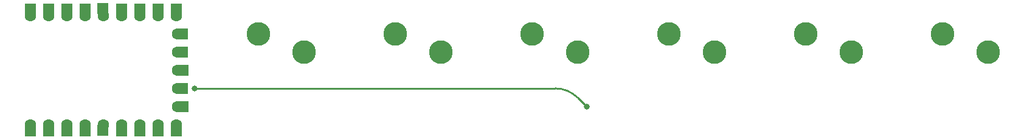
<source format=gbr>
G04 #@! TF.GenerationSoftware,KiCad,Pcbnew,(6.0.6)*
G04 #@! TF.CreationDate,2022-09-21T14:47:18+10:00*
G04 #@! TF.ProjectId,freshboard,66726573-6862-46f6-9172-642e6b696361,rev?*
G04 #@! TF.SameCoordinates,Original*
G04 #@! TF.FileFunction,Copper,L2,Bot*
G04 #@! TF.FilePolarity,Positive*
%FSLAX46Y46*%
G04 Gerber Fmt 4.6, Leading zero omitted, Abs format (unit mm)*
G04 Created by KiCad (PCBNEW (6.0.6)) date 2022-09-21 14:47:18*
%MOMM*%
%LPD*%
G01*
G04 APERTURE LIST*
G04 #@! TA.AperFunction,ComponentPad*
%ADD10C,3.300000*%
G04 #@! TD*
G04 #@! TA.AperFunction,CastellatedPad*
%ADD11R,1.600200X1.574800*%
G04 #@! TD*
G04 #@! TA.AperFunction,ComponentPad*
%ADD12C,1.600000*%
G04 #@! TD*
G04 #@! TA.AperFunction,ViaPad*
%ADD13C,0.800000*%
G04 #@! TD*
G04 #@! TA.AperFunction,Conductor*
%ADD14C,0.250000*%
G04 #@! TD*
G04 APERTURE END LIST*
D10*
G04 #@! TO.P,SW6,1,1*
G04 #@! TO.N,col5*
X201930000Y-91440000D03*
G04 #@! TO.P,SW6,2,2*
G04 #@! TO.N,Net-(SW6-Pad2)*
X195580000Y-88900000D03*
G04 #@! TD*
G04 #@! TO.P,SW5,1,1*
G04 #@! TO.N,col4*
X182880000Y-91440000D03*
G04 #@! TO.P,SW5,2,2*
G04 #@! TO.N,Net-(SW5-Pad2)*
X176530000Y-88900000D03*
G04 #@! TD*
G04 #@! TO.P,SW1,1,1*
G04 #@! TO.N,col0*
X106680000Y-91440000D03*
G04 #@! TO.P,SW1,2,2*
G04 #@! TO.N,Net-(SW1-Pad2)*
X100330000Y-88900000D03*
G04 #@! TD*
D11*
G04 #@! TO.P,RZ1,*
G04 #@! TO.N,*
X86362500Y-102472000D03*
X68582500Y-102446600D03*
X71122500Y-102446600D03*
X83822500Y-102446600D03*
X89816900Y-88908400D03*
X89842300Y-99068400D03*
X86362500Y-85454000D03*
X81282500Y-102446600D03*
X78729800Y-85377800D03*
X68582500Y-85428600D03*
X89816900Y-91448400D03*
X88902500Y-102472000D03*
X88902500Y-85454000D03*
X83822500Y-85428600D03*
X81282500Y-85428600D03*
X71122500Y-85428600D03*
X73662500Y-102472000D03*
X89816900Y-96528400D03*
X89842300Y-93988400D03*
X73662500Y-85454000D03*
X76202500Y-102472000D03*
X76202500Y-85454000D03*
X78729800Y-102395800D03*
D12*
G04 #@! TO.P,RZ1,1,GP0*
G04 #@! TO.N,unconnected-(RZ1-Pad1)*
X68580000Y-86360000D03*
G04 #@! TO.P,RZ1,2,GP1*
G04 #@! TO.N,unconnected-(RZ1-Pad2)*
X71120000Y-86360000D03*
G04 #@! TO.P,RZ1,3,GP2*
G04 #@! TO.N,unconnected-(RZ1-Pad3)*
X73660000Y-86360000D03*
G04 #@! TO.P,RZ1,4,GP3*
G04 #@! TO.N,unconnected-(RZ1-Pad4)*
X76200000Y-86360000D03*
G04 #@! TO.P,RZ1,5,GP4*
G04 #@! TO.N,unconnected-(RZ1-Pad5)*
X78740000Y-86360000D03*
G04 #@! TO.P,RZ1,6,GP5*
G04 #@! TO.N,unconnected-(RZ1-Pad6)*
X81280000Y-86360000D03*
G04 #@! TO.P,RZ1,7,GP6*
G04 #@! TO.N,unconnected-(RZ1-Pad7)*
X83820000Y-86360000D03*
G04 #@! TO.P,RZ1,8,GP7*
G04 #@! TO.N,unconnected-(RZ1-Pad8)*
X86360000Y-86360000D03*
G04 #@! TO.P,RZ1,9,GP8*
G04 #@! TO.N,unconnected-(RZ1-Pad9)*
X88900000Y-86360000D03*
G04 #@! TO.P,RZ1,10,GP9*
G04 #@! TO.N,unconnected-(RZ1-Pad10)*
X89110000Y-88900000D03*
G04 #@! TO.P,RZ1,11,GP10*
G04 #@! TO.N,col5*
X89110000Y-91440000D03*
G04 #@! TO.P,RZ1,12,GP11*
G04 #@! TO.N,col4*
X89110000Y-93980000D03*
G04 #@! TO.P,RZ1,13,GP12*
G04 #@! TO.N,col3*
X89110000Y-96520000D03*
G04 #@! TO.P,RZ1,14,GP13*
G04 #@! TO.N,col2*
X89110000Y-99060000D03*
G04 #@! TO.P,RZ1,15,GP14*
G04 #@! TO.N,col1*
X88900000Y-101600000D03*
G04 #@! TO.P,RZ1,16,GP15*
G04 #@! TO.N,col0*
X86360000Y-101600000D03*
G04 #@! TO.P,RZ1,17,GP26*
G04 #@! TO.N,row0*
X83820000Y-101600000D03*
G04 #@! TO.P,RZ1,18,GP27*
G04 #@! TO.N,unconnected-(RZ1-Pad18)*
X81280000Y-101600000D03*
G04 #@! TO.P,RZ1,19,GP28*
G04 #@! TO.N,unconnected-(RZ1-Pad19)*
X78740000Y-101600000D03*
G04 #@! TO.P,RZ1,20,GP29*
G04 #@! TO.N,unconnected-(RZ1-Pad20)*
X76200000Y-101600000D03*
G04 #@! TO.P,RZ1,21,3V3*
G04 #@! TO.N,unconnected-(RZ1-Pad21)*
X73660000Y-101600000D03*
G04 #@! TO.P,RZ1,22,5V*
G04 #@! TO.N,unconnected-(RZ1-Pad22)*
X68580000Y-101600000D03*
G04 #@! TO.P,RZ1,23,GND*
G04 #@! TO.N,GND*
X71120000Y-101600000D03*
G04 #@! TD*
D10*
G04 #@! TO.P,SW4,1,1*
G04 #@! TO.N,col3*
X163830000Y-91440000D03*
G04 #@! TO.P,SW4,2,2*
G04 #@! TO.N,Net-(SW4-Pad2)*
X157480000Y-88900000D03*
G04 #@! TD*
G04 #@! TO.P,SW2,1,1*
G04 #@! TO.N,col1*
X125730000Y-91440000D03*
G04 #@! TO.P,SW2,2,2*
G04 #@! TO.N,Net-(SW2-Pad2)*
X119380000Y-88900000D03*
G04 #@! TD*
G04 #@! TO.P,SW3,1,1*
G04 #@! TO.N,col2*
X144780000Y-91440000D03*
G04 #@! TO.P,SW3,2,2*
G04 #@! TO.N,Net-(SW3-Pad2)*
X138430000Y-88900000D03*
G04 #@! TD*
D13*
G04 #@! TO.N,col2*
X146050000Y-99060000D03*
X91440000Y-96520000D03*
G04 #@! TD*
D14*
G04 #@! TO.N,col2*
X91440000Y-96520000D02*
X141713948Y-96520000D01*
X144780000Y-97790000D02*
X146050000Y-99060000D01*
X141713948Y-96519980D02*
G75*
G02*
X144780000Y-97790000I-48J-4336120D01*
G01*
G04 #@! TD*
M02*

</source>
